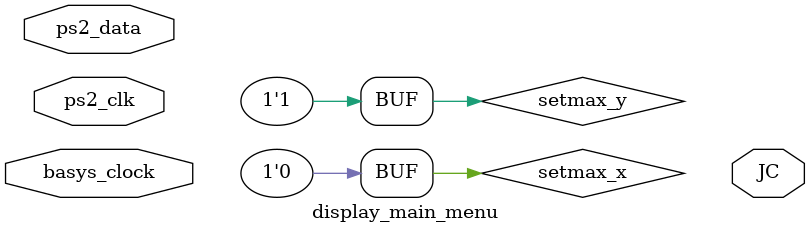
<source format=v>
`timescale 1ns / 1ps


module display_main_menu(
    input basys_clock,
    output [7:0] JC,

    inout ps2_clk, ps2_data
    );
    
//////////////////////////////////////////////////////////////////////////////////       
    parameter [6:0] bound_x = 94;
    parameter [6:0] bound_y = 62;

    reg setmax_x = 0;
    reg setmax_y = 1;
    reg [6:0] bound;
    
    wire left, middle, right;
    wire [6:0] cursor_x_pos;
    wire [5:0] cursor_y_pos;

//////////////////////////////////////////////////////////////////////////////////
    wire clk25mhz;
    clk_divider my_clk25mhz(.basys_clk(basys_clock), .m(1), .new_clk(clk25mhz));
    
    reg [15:0] oled_data = 0;
    wire frame_begin, sending_pixels, sample_pixel;
    wire [12:0] pixel_index;
    
    wire [6:0] x;
    wire [5:0] y;
    
    parameter WHITE = 16'hFFFF;
           
    assign x = (pixel_index % 96); // from 0 to 95
    assign y = (pixel_index / 96); // from 0 to 63
       
    always @ (posedge clk25mhz) begin
        if ((x == cursor_x_pos && y == cursor_y_pos) || 
           (x == cursor_x_pos + 1 && y == cursor_y_pos)||
           (x == cursor_x_pos && y == cursor_y_pos + 1) ||
           (x == cursor_x_pos + 1 && y == cursor_y_pos + 1)) begin
           oled_data <= WHITE;
        end
        else begin
            case(pixel_index)
            784: begin oled_data <= 16'b0010101000110010; end
            785: begin oled_data <= 16'b0010101000110010; end
            788: begin oled_data <= 16'b0010101000110010; end
            789: begin oled_data <= 16'b0010101000110010; end
            794: begin oled_data <= 16'b0010101000110010; end
            795: begin oled_data <= 16'b0010101000110010; end
            796: begin oled_data <= 16'b0010101000110010; end
            801: begin oled_data <= 16'b0010101000110010; end
            802: begin oled_data <= 16'b0010101000110010; end
            803: begin oled_data <= 16'b0010101000110010; end
            804: begin oled_data <= 16'b0010101000110010; end
            808: begin oled_data <= 16'b0010101000110010; end
            809: begin oled_data <= 16'b0010101000110010; end
            811: begin oled_data <= 16'b0010101000110010; end
            812: begin oled_data <= 16'b0010101000110010; end
            818: begin oled_data <= 16'b0010101000110010; end
            819: begin oled_data <= 16'b0010101000110010; end
            822: begin oled_data <= 16'b0010101000110010; end
            823: begin oled_data <= 16'b0010101000110010; end
            827: begin oled_data <= 16'b0010101000110010; end
            828: begin oled_data <= 16'b0010101000110010; end
            829: begin oled_data <= 16'b0010101000110010; end
            830: begin oled_data <= 16'b0010101000110010; end
            831: begin oled_data <= 16'b0010101000110010; end
            835: begin oled_data <= 16'b0010101000110010; end
            836: begin oled_data <= 16'b0010101000110010; end
            838: begin oled_data <= 16'b0010101000110010; end
            839: begin oled_data <= 16'b0010101000110010; end
            843: begin oled_data <= 16'b0010101000110010; end
            844: begin oled_data <= 16'b0010101000110010; end
            846: begin oled_data <= 16'b0010101000110010; end
            847: begin oled_data <= 16'b0010101000110010; end
            879: begin oled_data <= 16'b0010101000110010; end
            880: begin oled_data <= 16'b0010101000110010; end
            881: begin oled_data <= 16'b1111111111111111; end
            882: begin oled_data <= 16'b0010101000110010; end
            883: begin oled_data <= 16'b0010101000110010; end
            884: begin oled_data <= 16'b0010101000110010; end
            885: begin oled_data <= 16'b1111111111111111; end
            886: begin oled_data <= 16'b0010101000110010; end
            889: begin oled_data <= 16'b0010101000110010; end
            890: begin oled_data <= 16'b0010101000110010; end
            891: begin oled_data <= 16'b1111111111111111; end
            892: begin oled_data <= 16'b1111111111111111; end
            893: begin oled_data <= 16'b0010101000110010; end
            896: begin oled_data <= 16'b0010101000110010; end
            897: begin oled_data <= 16'b0010101000110010; end
            898: begin oled_data <= 16'b1111111111111111; end
            899: begin oled_data <= 16'b1111111111111111; end
            900: begin oled_data <= 16'b1111111111111111; end
            901: begin oled_data <= 16'b0010101000110010; end
            903: begin oled_data <= 16'b0010101000110010; end
            904: begin oled_data <= 16'b0010101000110010; end
            905: begin oled_data <= 16'b1111111111111111; end
            906: begin oled_data <= 16'b0010101000110010; end
            907: begin oled_data <= 16'b0010101000110010; end
            908: begin oled_data <= 16'b1111111111111111; end
            909: begin oled_data <= 16'b0010101000110010; end
            913: begin oled_data <= 16'b0010101000110010; end
            914: begin oled_data <= 16'b0010101000110010; end
            915: begin oled_data <= 16'b1111111111111111; end
            916: begin oled_data <= 16'b0010101000110010; end
            917: begin oled_data <= 16'b0010101000110010; end
            918: begin oled_data <= 16'b0010101000110010; end
            919: begin oled_data <= 16'b1111111111111111; end
            920: begin oled_data <= 16'b0010101000110010; end
            922: begin oled_data <= 16'b0010101000110010; end
            923: begin oled_data <= 16'b0010101000110010; end
            924: begin oled_data <= 16'b1111111111111111; end
            925: begin oled_data <= 16'b1111111111111111; end
            926: begin oled_data <= 16'b1111111111111111; end
            927: begin oled_data <= 16'b1111111111111111; end
            928: begin oled_data <= 16'b0010101000110010; end
            930: begin oled_data <= 16'b0010101000110010; end
            931: begin oled_data <= 16'b0010101000110010; end
            932: begin oled_data <= 16'b1111111111111111; end
            933: begin oled_data <= 16'b0010101000110010; end
            934: begin oled_data <= 16'b0010101000110010; end
            935: begin oled_data <= 16'b1111111111111111; end
            936: begin oled_data <= 16'b0010101000110010; end
            938: begin oled_data <= 16'b0010101000110010; end
            939: begin oled_data <= 16'b0010101000110010; end
            940: begin oled_data <= 16'b1111111111111111; end
            941: begin oled_data <= 16'b0010101000110010; end
            942: begin oled_data <= 16'b0010101000110010; end
            943: begin oled_data <= 16'b1111111111111111; end
            944: begin oled_data <= 16'b0010101000110010; end
            975: begin oled_data <= 16'b0010101000110010; end
            976: begin oled_data <= 16'b0010101000110010; end
            977: begin oled_data <= 16'b1111111111111111; end
            978: begin oled_data <= 16'b1111111111111111; end
            979: begin oled_data <= 16'b0010101000110010; end
            980: begin oled_data <= 16'b1111111111111111; end
            981: begin oled_data <= 16'b1111111111111111; end
            982: begin oled_data <= 16'b0010101000110010; end
            984: begin oled_data <= 16'b0010101000110010; end
            985: begin oled_data <= 16'b0010101000110010; end
            986: begin oled_data <= 16'b1111111111111111; end
            987: begin oled_data <= 16'b0010101000110010; end
            988: begin oled_data <= 16'b0010101000110010; end
            989: begin oled_data <= 16'b1111111111111111; end
            990: begin oled_data <= 16'b0010101000110010; end
            993: begin oled_data <= 16'b0010101000110010; end
            994: begin oled_data <= 16'b0010101000110010; end
            995: begin oled_data <= 16'b1111111111111111; end
            996: begin oled_data <= 16'b0010101000110010; end
            999: begin oled_data <= 16'b0010101000110010; end
            1000: begin oled_data <= 16'b0010101000110010; end
            1001: begin oled_data <= 16'b1111111111111111; end
            1002: begin oled_data <= 16'b1111111111111111; end
            1003: begin oled_data <= 16'b0010101000110010; end
            1004: begin oled_data <= 16'b1111111111111111; end
            1005: begin oled_data <= 16'b0010101000110010; end
            1009: begin oled_data <= 16'b0010101000110010; end
            1010: begin oled_data <= 16'b0010101000110010; end
            1011: begin oled_data <= 16'b1111111111111111; end
            1012: begin oled_data <= 16'b1111111111111111; end
            1013: begin oled_data <= 16'b0010101000110010; end
            1014: begin oled_data <= 16'b1111111111111111; end
            1015: begin oled_data <= 16'b1111111111111111; end
            1016: begin oled_data <= 16'b0010101000110010; end
            1018: begin oled_data <= 16'b0010101000110010; end
            1019: begin oled_data <= 16'b0010101000110010; end
            1020: begin oled_data <= 16'b1111111111111111; end
            1021: begin oled_data <= 16'b0010101000110010; end
            1022: begin oled_data <= 16'b0010101000110010; end
            1023: begin oled_data <= 16'b0010101000110010; end
            1026: begin oled_data <= 16'b0010101000110010; end
            1027: begin oled_data <= 16'b0010101000110010; end
            1028: begin oled_data <= 16'b1111111111111111; end
            1029: begin oled_data <= 16'b1111111111111111; end
            1030: begin oled_data <= 16'b0010101000110010; end
            1031: begin oled_data <= 16'b1111111111111111; end
            1032: begin oled_data <= 16'b0010101000110010; end
            1034: begin oled_data <= 16'b0010101000110010; end
            1035: begin oled_data <= 16'b0010101000110010; end
            1036: begin oled_data <= 16'b1111111111111111; end
            1037: begin oled_data <= 16'b0010101000110010; end
            1038: begin oled_data <= 16'b0010101000110010; end
            1039: begin oled_data <= 16'b1111111111111111; end
            1040: begin oled_data <= 16'b0010101000110010; end
            1071: begin oled_data <= 16'b0010101000110010; end
            1072: begin oled_data <= 16'b0010101000110010; end
            1073: begin oled_data <= 16'b1111111111111111; end
            1074: begin oled_data <= 16'b0010101000110010; end
            1075: begin oled_data <= 16'b1111111111111111; end
            1076: begin oled_data <= 16'b0010101000110010; end
            1077: begin oled_data <= 16'b1111111111111111; end
            1078: begin oled_data <= 16'b0010101000110010; end
            1080: begin oled_data <= 16'b0010101000110010; end
            1081: begin oled_data <= 16'b0010101000110010; end
            1082: begin oled_data <= 16'b1111111111111111; end
            1083: begin oled_data <= 16'b1111111111111111; end
            1084: begin oled_data <= 16'b1111111111111111; end
            1085: begin oled_data <= 16'b1111111111111111; end
            1086: begin oled_data <= 16'b0010101000110010; end
            1089: begin oled_data <= 16'b0010101000110010; end
            1090: begin oled_data <= 16'b0010101000110010; end
            1091: begin oled_data <= 16'b1111111111111111; end
            1092: begin oled_data <= 16'b0010101000110010; end
            1095: begin oled_data <= 16'b0010101000110010; end
            1096: begin oled_data <= 16'b0010101000110010; end
            1097: begin oled_data <= 16'b1111111111111111; end
            1098: begin oled_data <= 16'b0010101000110010; end
            1099: begin oled_data <= 16'b1111111111111111; end
            1100: begin oled_data <= 16'b1111111111111111; end
            1101: begin oled_data <= 16'b0010101000110010; end
            1105: begin oled_data <= 16'b0010101000110010; end
            1106: begin oled_data <= 16'b0010101000110010; end
            1107: begin oled_data <= 16'b1111111111111111; end
            1108: begin oled_data <= 16'b0010101000110010; end
            1109: begin oled_data <= 16'b1111111111111111; end
            1110: begin oled_data <= 16'b0010101000110010; end
            1111: begin oled_data <= 16'b1111111111111111; end
            1112: begin oled_data <= 16'b0010101000110010; end
            1114: begin oled_data <= 16'b0010101000110010; end
            1115: begin oled_data <= 16'b0010101000110010; end
            1116: begin oled_data <= 16'b1111111111111111; end
            1117: begin oled_data <= 16'b1111111111111111; end
            1118: begin oled_data <= 16'b1111111111111111; end
            1119: begin oled_data <= 16'b0010101000110010; end
            1122: begin oled_data <= 16'b0010101000110010; end
            1123: begin oled_data <= 16'b0010101000110010; end
            1124: begin oled_data <= 16'b1111111111111111; end
            1125: begin oled_data <= 16'b0010101000110010; end
            1126: begin oled_data <= 16'b1111111111111111; end
            1127: begin oled_data <= 16'b1111111111111111; end
            1128: begin oled_data <= 16'b0010101000110010; end
            1130: begin oled_data <= 16'b0010101000110010; end
            1131: begin oled_data <= 16'b0010101000110010; end
            1132: begin oled_data <= 16'b1111111111111111; end
            1133: begin oled_data <= 16'b0010101000110010; end
            1134: begin oled_data <= 16'b0010101000110010; end
            1135: begin oled_data <= 16'b1111111111111111; end
            1136: begin oled_data <= 16'b0010101000110010; end
            1167: begin oled_data <= 16'b0010101000110010; end
            1168: begin oled_data <= 16'b0010101000110010; end
            1169: begin oled_data <= 16'b1111111111111111; end
            1170: begin oled_data <= 16'b0010101000110010; end
            1171: begin oled_data <= 16'b0010101000110010; end
            1172: begin oled_data <= 16'b0010101000110010; end
            1173: begin oled_data <= 16'b1111111111111111; end
            1174: begin oled_data <= 16'b0010101000110010; end
            1176: begin oled_data <= 16'b0010101000110010; end
            1177: begin oled_data <= 16'b0010101000110010; end
            1178: begin oled_data <= 16'b1111111111111111; end
            1179: begin oled_data <= 16'b0010101000110010; end
            1180: begin oled_data <= 16'b0010101000110010; end
            1181: begin oled_data <= 16'b1111111111111111; end
            1182: begin oled_data <= 16'b0010101000110010; end
            1185: begin oled_data <= 16'b0010101000110010; end
            1186: begin oled_data <= 16'b0010101000110010; end
            1187: begin oled_data <= 16'b1111111111111111; end
            1188: begin oled_data <= 16'b0010101000110010; end
            1191: begin oled_data <= 16'b0010101000110010; end
            1192: begin oled_data <= 16'b0010101000110010; end
            1193: begin oled_data <= 16'b1111111111111111; end
            1194: begin oled_data <= 16'b0010101000110010; end
            1195: begin oled_data <= 16'b0010101000110010; end
            1196: begin oled_data <= 16'b1111111111111111; end
            1197: begin oled_data <= 16'b0010101000110010; end
            1201: begin oled_data <= 16'b0010101000110010; end
            1202: begin oled_data <= 16'b0010101000110010; end
            1203: begin oled_data <= 16'b1111111111111111; end
            1204: begin oled_data <= 16'b0010101000110010; end
            1205: begin oled_data <= 16'b0010101000110010; end
            1206: begin oled_data <= 16'b0010101000110010; end
            1207: begin oled_data <= 16'b1111111111111111; end
            1208: begin oled_data <= 16'b0010101000110010; end
            1210: begin oled_data <= 16'b0010101000110010; end
            1211: begin oled_data <= 16'b0010101000110010; end
            1212: begin oled_data <= 16'b1111111111111111; end
            1213: begin oled_data <= 16'b0010101000110010; end
            1214: begin oled_data <= 16'b0010101000110010; end
            1215: begin oled_data <= 16'b0010101000110010; end
            1218: begin oled_data <= 16'b0010101000110010; end
            1219: begin oled_data <= 16'b0010101000110010; end
            1220: begin oled_data <= 16'b1111111111111111; end
            1221: begin oled_data <= 16'b0010101000110010; end
            1222: begin oled_data <= 16'b0010101000110010; end
            1223: begin oled_data <= 16'b1111111111111111; end
            1224: begin oled_data <= 16'b0010101000110010; end
            1226: begin oled_data <= 16'b0010101000110010; end
            1227: begin oled_data <= 16'b0010101000110010; end
            1228: begin oled_data <= 16'b1111111111111111; end
            1229: begin oled_data <= 16'b0010101000110010; end
            1230: begin oled_data <= 16'b0010101000110010; end
            1231: begin oled_data <= 16'b1111111111111111; end
            1232: begin oled_data <= 16'b0010101000110010; end
            1263: begin oled_data <= 16'b0010101000110010; end
            1264: begin oled_data <= 16'b0010101000110010; end
            1265: begin oled_data <= 16'b1111111111111111; end
            1266: begin oled_data <= 16'b0010101000110010; end
            1267: begin oled_data <= 16'b0010101000110010; end
            1268: begin oled_data <= 16'b0010101000110010; end
            1269: begin oled_data <= 16'b1111111111111111; end
            1270: begin oled_data <= 16'b0010101000110010; end
            1272: begin oled_data <= 16'b0010101000110010; end
            1273: begin oled_data <= 16'b0010101000110010; end
            1274: begin oled_data <= 16'b1111111111111111; end
            1275: begin oled_data <= 16'b0010101000110010; end
            1276: begin oled_data <= 16'b0010101000110010; end
            1277: begin oled_data <= 16'b1111111111111111; end
            1278: begin oled_data <= 16'b0010101000110010; end
            1280: begin oled_data <= 16'b0010101000110010; end
            1281: begin oled_data <= 16'b0010101000110010; end
            1282: begin oled_data <= 16'b1111111111111111; end
            1283: begin oled_data <= 16'b1111111111111111; end
            1284: begin oled_data <= 16'b1111111111111111; end
            1285: begin oled_data <= 16'b0010101000110010; end
            1287: begin oled_data <= 16'b0010101000110010; end
            1288: begin oled_data <= 16'b0010101000110010; end
            1289: begin oled_data <= 16'b1111111111111111; end
            1290: begin oled_data <= 16'b0010101000110010; end
            1291: begin oled_data <= 16'b0010101000110010; end
            1292: begin oled_data <= 16'b1111111111111111; end
            1293: begin oled_data <= 16'b0010101000110010; end
            1297: begin oled_data <= 16'b0010101000110010; end
            1298: begin oled_data <= 16'b0010101000110010; end
            1299: begin oled_data <= 16'b1111111111111111; end
            1300: begin oled_data <= 16'b0010101000110010; end
            1301: begin oled_data <= 16'b0010101000110010; end
            1302: begin oled_data <= 16'b0010101000110010; end
            1303: begin oled_data <= 16'b1111111111111111; end
            1304: begin oled_data <= 16'b0010101000110010; end
            1306: begin oled_data <= 16'b0010101000110010; end
            1307: begin oled_data <= 16'b0010101000110010; end
            1308: begin oled_data <= 16'b1111111111111111; end
            1309: begin oled_data <= 16'b1111111111111111; end
            1310: begin oled_data <= 16'b1111111111111111; end
            1311: begin oled_data <= 16'b1111111111111111; end
            1312: begin oled_data <= 16'b0010101000110010; end
            1314: begin oled_data <= 16'b0010101000110010; end
            1315: begin oled_data <= 16'b0010101000110010; end
            1316: begin oled_data <= 16'b1111111111111111; end
            1317: begin oled_data <= 16'b0010101000110010; end
            1318: begin oled_data <= 16'b0010101000110010; end
            1319: begin oled_data <= 16'b1111111111111111; end
            1320: begin oled_data <= 16'b0010101000110010; end
            1323: begin oled_data <= 16'b0010101000110010; end
            1324: begin oled_data <= 16'b0010101000110010; end
            1327: begin oled_data <= 16'b0010101000110010; end
            1360: begin oled_data <= 16'b0010101000110010; end
            1361: begin oled_data <= 16'b0010101000110010; end
            1364: begin oled_data <= 16'b0010101000110010; end
            1365: begin oled_data <= 16'b0010101000110010; end
            1369: begin oled_data <= 16'b0010101000110010; end
            1370: begin oled_data <= 16'b0010101000110010; end
            1372: begin oled_data <= 16'b0010101000110010; end
            1373: begin oled_data <= 16'b0010101000110010; end
            1377: begin oled_data <= 16'b0010101000110010; end
            1378: begin oled_data <= 16'b0010101000110010; end
            1379: begin oled_data <= 16'b0010101000110010; end
            1380: begin oled_data <= 16'b0010101000110010; end
            1384: begin oled_data <= 16'b0010101000110010; end
            1385: begin oled_data <= 16'b0010101000110010; end
            1387: begin oled_data <= 16'b0010101000110010; end
            1388: begin oled_data <= 16'b0010101000110010; end
            1394: begin oled_data <= 16'b0010101000110010; end
            1395: begin oled_data <= 16'b0010101000110010; end
            1398: begin oled_data <= 16'b0010101000110010; end
            1399: begin oled_data <= 16'b0010101000110010; end
            1403: begin oled_data <= 16'b0010101000110010; end
            1404: begin oled_data <= 16'b0010101000110010; end
            1405: begin oled_data <= 16'b0010101000110010; end
            1406: begin oled_data <= 16'b0010101000110010; end
            1407: begin oled_data <= 16'b0010101000110010; end
            1411: begin oled_data <= 16'b0010101000110010; end
            1412: begin oled_data <= 16'b0010101000110010; end
            1414: begin oled_data <= 16'b0010101000110010; end
            1415: begin oled_data <= 16'b0010101000110010; end
            1420: begin oled_data <= 16'b0010101000110010; end
            1421: begin oled_data <= 16'b0010101000110010; end
            1422: begin oled_data <= 16'b0010101000110010; end
            2515: begin oled_data <= 16'b0010101000110010; end
            2516: begin oled_data <= 16'b0010101000110010; end
            2517: begin oled_data <= 16'b0010101000110010; end
            2518: begin oled_data <= 16'b0010101000110010; end
            2519: begin oled_data <= 16'b0010101000110010; end
            2520: begin oled_data <= 16'b0010101000110010; end
            2521: begin oled_data <= 16'b0010101000110010; end
            2522: begin oled_data <= 16'b0010101000110010; end
            2523: begin oled_data <= 16'b0010101000110010; end
            2524: begin oled_data <= 16'b0010101000110010; end
            2525: begin oled_data <= 16'b0010101000110010; end
            2526: begin oled_data <= 16'b0010101000110010; end
            2527: begin oled_data <= 16'b0010101000110010; end
            2528: begin oled_data <= 16'b0010101000110010; end
            2529: begin oled_data <= 16'b0010101000110010; end
            2530: begin oled_data <= 16'b0010101000110010; end
            2531: begin oled_data <= 16'b0010101000110010; end
            2532: begin oled_data <= 16'b0010101000110010; end
            2533: begin oled_data <= 16'b0010101000110010; end
            2534: begin oled_data <= 16'b0010101000110010; end
            2535: begin oled_data <= 16'b0010101000110010; end
            2536: begin oled_data <= 16'b0010101000110010; end
            2537: begin oled_data <= 16'b0010101000110010; end
            2538: begin oled_data <= 16'b0010101000110010; end
            2539: begin oled_data <= 16'b0010101000110010; end
            2540: begin oled_data <= 16'b0010101000110010; end
            2541: begin oled_data <= 16'b0010101000110010; end
            2542: begin oled_data <= 16'b0010101000110010; end
            2543: begin oled_data <= 16'b0010101000110010; end
            2544: begin oled_data <= 16'b0010101000110010; end
            2545: begin oled_data <= 16'b0010101000110010; end
            2546: begin oled_data <= 16'b0010101000110010; end
            2547: begin oled_data <= 16'b0010101000110010; end
            2548: begin oled_data <= 16'b0010101000110010; end
            2549: begin oled_data <= 16'b0010101000110010; end
            2550: begin oled_data <= 16'b0010101000110010; end
            2551: begin oled_data <= 16'b0010101000110010; end
            2552: begin oled_data <= 16'b0010101000110010; end
            2553: begin oled_data <= 16'b0010101000110010; end
            2554: begin oled_data <= 16'b0010101000110010; end
            2555: begin oled_data <= 16'b0010101000110010; end
            2556: begin oled_data <= 16'b0010101000110010; end
            2557: begin oled_data <= 16'b0010101000110010; end
            2558: begin oled_data <= 16'b0010101000110010; end
            2559: begin oled_data <= 16'b0010101000110010; end
            2560: begin oled_data <= 16'b0010101000110010; end
            2561: begin oled_data <= 16'b0010101000110010; end
            2562: begin oled_data <= 16'b0010101000110010; end
            2563: begin oled_data <= 16'b0010101000110010; end
            2564: begin oled_data <= 16'b0010101000110010; end
            2565: begin oled_data <= 16'b0010101000110010; end
            2566: begin oled_data <= 16'b0010101000110010; end
            2567: begin oled_data <= 16'b0010101000110010; end
            2568: begin oled_data <= 16'b0010101000110010; end
            2569: begin oled_data <= 16'b0010101000110010; end
            2570: begin oled_data <= 16'b0010101000110010; end
            2571: begin oled_data <= 16'b0010101000110010; end
            2611: begin oled_data <= 16'b0010101000110010; end
            2612: begin oled_data <= 16'b1111111111111111; end
            2613: begin oled_data <= 16'b1111111111111111; end
            2614: begin oled_data <= 16'b1111111111111111; end
            2615: begin oled_data <= 16'b1111111111111111; end
            2616: begin oled_data <= 16'b1111111111111111; end
            2617: begin oled_data <= 16'b1111111111111111; end
            2618: begin oled_data <= 16'b1111111111111111; end
            2619: begin oled_data <= 16'b1111111111111111; end
            2620: begin oled_data <= 16'b1111111111111111; end
            2621: begin oled_data <= 16'b1111111111111111; end
            2622: begin oled_data <= 16'b1111111111111111; end
            2623: begin oled_data <= 16'b1111111111111111; end
            2624: begin oled_data <= 16'b1111111111111111; end
            2625: begin oled_data <= 16'b1111111111111111; end
            2626: begin oled_data <= 16'b1111111111111111; end
            2627: begin oled_data <= 16'b1111111111111111; end
            2628: begin oled_data <= 16'b1111111111111111; end
            2629: begin oled_data <= 16'b1111111111111111; end
            2630: begin oled_data <= 16'b1111111111111111; end
            2631: begin oled_data <= 16'b1111111111111111; end
            2632: begin oled_data <= 16'b1111111111111111; end
            2633: begin oled_data <= 16'b1111111111111111; end
            2634: begin oled_data <= 16'b1111111111111111; end
            2635: begin oled_data <= 16'b1111111111111111; end
            2636: begin oled_data <= 16'b1111111111111111; end
            2637: begin oled_data <= 16'b1111111111111111; end
            2638: begin oled_data <= 16'b1111111111111111; end
            2639: begin oled_data <= 16'b1111111111111111; end
            2640: begin oled_data <= 16'b1111111111111111; end
            2641: begin oled_data <= 16'b1111111111111111; end
            2642: begin oled_data <= 16'b1111111111111111; end
            2643: begin oled_data <= 16'b1111111111111111; end
            2644: begin oled_data <= 16'b1111111111111111; end
            2645: begin oled_data <= 16'b1111111111111111; end
            2646: begin oled_data <= 16'b1111111111111111; end
            2647: begin oled_data <= 16'b1111111111111111; end
            2648: begin oled_data <= 16'b1111111111111111; end
            2649: begin oled_data <= 16'b1111111111111111; end
            2650: begin oled_data <= 16'b1111111111111111; end
            2651: begin oled_data <= 16'b1111111111111111; end
            2652: begin oled_data <= 16'b1111111111111111; end
            2653: begin oled_data <= 16'b1111111111111111; end
            2654: begin oled_data <= 16'b1111111111111111; end
            2655: begin oled_data <= 16'b1111111111111111; end
            2656: begin oled_data <= 16'b1111111111111111; end
            2657: begin oled_data <= 16'b1111111111111111; end
            2658: begin oled_data <= 16'b1111111111111111; end
            2659: begin oled_data <= 16'b1111111111111111; end
            2660: begin oled_data <= 16'b1111111111111111; end
            2661: begin oled_data <= 16'b1111111111111111; end
            2662: begin oled_data <= 16'b1111111111111111; end
            2663: begin oled_data <= 16'b1111111111111111; end
            2664: begin oled_data <= 16'b1111111111111111; end
            2665: begin oled_data <= 16'b1111111111111111; end
            2666: begin oled_data <= 16'b1111111111111111; end
            2667: begin oled_data <= 16'b0010101000110010; end
            2707: begin oled_data <= 16'b0010101000110010; end
            2708: begin oled_data <= 16'b1111111111111111; end
            2709: begin oled_data <= 16'b1111111111111111; end
            2710: begin oled_data <= 16'b1111111111111111; end
            2711: begin oled_data <= 16'b1111111111111111; end
            2712: begin oled_data <= 16'b1111111111111111; end
            2713: begin oled_data <= 16'b1111111111111111; end
            2714: begin oled_data <= 16'b1111111111111111; end
            2715: begin oled_data <= 16'b1111111111111111; end
            2716: begin oled_data <= 16'b1111111111111111; end
            2717: begin oled_data <= 16'b1111111111111111; end
            2718: begin oled_data <= 16'b1111111111111111; end
            2719: begin oled_data <= 16'b1111111111111111; end
            2720: begin oled_data <= 16'b1111111111111111; end
            2721: begin oled_data <= 16'b1111111111111111; end
            2722: begin oled_data <= 16'b1111111111111111; end
            2723: begin oled_data <= 16'b1111111111111111; end
            2724: begin oled_data <= 16'b1111111111111111; end
            2725: begin oled_data <= 16'b1111111111111111; end
            2726: begin oled_data <= 16'b1111111111111111; end
            2727: begin oled_data <= 16'b1111111111111111; end
            2728: begin oled_data <= 16'b1111111111111111; end
            2729: begin oled_data <= 16'b1111111111111111; end
            2730: begin oled_data <= 16'b1111111111111111; end
            2731: begin oled_data <= 16'b1111111111111111; end
            2732: begin oled_data <= 16'b1111111111111111; end
            2733: begin oled_data <= 16'b1111111111111111; end
            2734: begin oled_data <= 16'b1111111111111111; end
            2735: begin oled_data <= 16'b1111111111111111; end
            2736: begin oled_data <= 16'b1111111111111111; end
            2737: begin oled_data <= 16'b1111111111111111; end
            2738: begin oled_data <= 16'b1111111111111111; end
            2739: begin oled_data <= 16'b1111111111111111; end
            2740: begin oled_data <= 16'b1111111111111111; end
            2741: begin oled_data <= 16'b1111111111111111; end
            2742: begin oled_data <= 16'b1111111111111111; end
            2743: begin oled_data <= 16'b1111111111111111; end
            2744: begin oled_data <= 16'b1111111111111111; end
            2745: begin oled_data <= 16'b1111111111111111; end
            2746: begin oled_data <= 16'b1111111111111111; end
            2747: begin oled_data <= 16'b1111111111111111; end
            2748: begin oled_data <= 16'b1111111111111111; end
            2749: begin oled_data <= 16'b1111111111111111; end
            2750: begin oled_data <= 16'b1111111111111111; end
            2751: begin oled_data <= 16'b1111111111111111; end
            2752: begin oled_data <= 16'b1111111111111111; end
            2753: begin oled_data <= 16'b1111111111111111; end
            2754: begin oled_data <= 16'b1111111111111111; end
            2755: begin oled_data <= 16'b1111111111111111; end
            2756: begin oled_data <= 16'b1111111111111111; end
            2757: begin oled_data <= 16'b1111111111111111; end
            2758: begin oled_data <= 16'b1111111111111111; end
            2759: begin oled_data <= 16'b1111111111111111; end
            2760: begin oled_data <= 16'b1111111111111111; end
            2761: begin oled_data <= 16'b1111111111111111; end
            2762: begin oled_data <= 16'b1111111111111111; end
            2763: begin oled_data <= 16'b0010101000110010; end
            2803: begin oled_data <= 16'b0010101000110010; end
            2804: begin oled_data <= 16'b1111111111111111; end
            2805: begin oled_data <= 16'b1111111111111111; end
            2806: begin oled_data <= 16'b1111111111111111; end
            2807: begin oled_data <= 16'b1111111111111111; end
            2808: begin oled_data <= 16'b0010101000110010; end
            2809: begin oled_data <= 16'b0010101000110010; end
            2810: begin oled_data <= 16'b0010101000110010; end
            2811: begin oled_data <= 16'b1111111111111111; end
            2812: begin oled_data <= 16'b0010101000110010; end
            2813: begin oled_data <= 16'b1111111111111111; end
            2814: begin oled_data <= 16'b1111111111111111; end
            2815: begin oled_data <= 16'b0010101000110010; end
            2816: begin oled_data <= 16'b1111111111111111; end
            2817: begin oled_data <= 16'b0010101000110010; end
            2818: begin oled_data <= 16'b0010101000110010; end
            2819: begin oled_data <= 16'b0010101000110010; end
            2820: begin oled_data <= 16'b1111111111111111; end
            2821: begin oled_data <= 16'b1111111111111111; end
            2822: begin oled_data <= 16'b0010101000110010; end
            2823: begin oled_data <= 16'b0010101000110010; end
            2824: begin oled_data <= 16'b0010101000110010; end
            2825: begin oled_data <= 16'b1111111111111111; end
            2826: begin oled_data <= 16'b0010101000110010; end
            2827: begin oled_data <= 16'b1111111111111111; end
            2828: begin oled_data <= 16'b1111111111111111; end
            2829: begin oled_data <= 16'b1111111111111111; end
            2830: begin oled_data <= 16'b0010101000110010; end
            2831: begin oled_data <= 16'b1111111111111111; end
            2832: begin oled_data <= 16'b0010101000110010; end
            2833: begin oled_data <= 16'b0010101000110010; end
            2834: begin oled_data <= 16'b0010101000110010; end
            2835: begin oled_data <= 16'b1111111111111111; end
            2836: begin oled_data <= 16'b0010101000110010; end
            2837: begin oled_data <= 16'b0010101000110010; end
            2838: begin oled_data <= 16'b0010101000110010; end
            2839: begin oled_data <= 16'b1111111111111111; end
            2840: begin oled_data <= 16'b1111111111111111; end
            2841: begin oled_data <= 16'b0010101000110010; end
            2842: begin oled_data <= 16'b1111111111111111; end
            2843: begin oled_data <= 16'b1111111111111111; end
            2844: begin oled_data <= 16'b0010101000110010; end
            2845: begin oled_data <= 16'b1111111111111111; end
            2846: begin oled_data <= 16'b1111111111111111; end
            2847: begin oled_data <= 16'b0010101000110010; end
            2848: begin oled_data <= 16'b0010101000110010; end
            2849: begin oled_data <= 16'b1111111111111111; end
            2850: begin oled_data <= 16'b1111111111111111; end
            2851: begin oled_data <= 16'b0010101000110010; end
            2852: begin oled_data <= 16'b1111111111111111; end
            2853: begin oled_data <= 16'b1111111111111111; end
            2854: begin oled_data <= 16'b1111111111111111; end
            2855: begin oled_data <= 16'b1111111111111111; end
            2856: begin oled_data <= 16'b1111111111111111; end
            2857: begin oled_data <= 16'b1111111111111111; end
            2858: begin oled_data <= 16'b1111111111111111; end
            2859: begin oled_data <= 16'b0010101000110010; end
            2899: begin oled_data <= 16'b0010101000110010; end
            2900: begin oled_data <= 16'b1111111111111111; end
            2901: begin oled_data <= 16'b1111111111111111; end
            2902: begin oled_data <= 16'b1111111111111111; end
            2903: begin oled_data <= 16'b1111111111111111; end
            2904: begin oled_data <= 16'b1111111111111111; end
            2905: begin oled_data <= 16'b0010101000110010; end
            2906: begin oled_data <= 16'b1111111111111111; end
            2907: begin oled_data <= 16'b1111111111111111; end
            2908: begin oled_data <= 16'b0010101000110010; end
            2909: begin oled_data <= 16'b0010101000110010; end
            2910: begin oled_data <= 16'b1111111111111111; end
            2911: begin oled_data <= 16'b0010101000110010; end
            2912: begin oled_data <= 16'b1111111111111111; end
            2913: begin oled_data <= 16'b0010101000110010; end
            2914: begin oled_data <= 16'b1111111111111111; end
            2915: begin oled_data <= 16'b1111111111111111; end
            2916: begin oled_data <= 16'b0010101000110010; end
            2917: begin oled_data <= 16'b1111111111111111; end
            2918: begin oled_data <= 16'b1111111111111111; end
            2919: begin oled_data <= 16'b0010101000110010; end
            2920: begin oled_data <= 16'b1111111111111111; end
            2921: begin oled_data <= 16'b1111111111111111; end
            2922: begin oled_data <= 16'b0010101000110010; end
            2923: begin oled_data <= 16'b1111111111111111; end
            2924: begin oled_data <= 16'b1111111111111111; end
            2925: begin oled_data <= 16'b1111111111111111; end
            2926: begin oled_data <= 16'b0010101000110010; end
            2927: begin oled_data <= 16'b1111111111111111; end
            2928: begin oled_data <= 16'b1111111111111111; end
            2929: begin oled_data <= 16'b0010101000110010; end
            2930: begin oled_data <= 16'b1111111111111111; end
            2931: begin oled_data <= 16'b1111111111111111; end
            2932: begin oled_data <= 16'b0010101000110010; end
            2933: begin oled_data <= 16'b1111111111111111; end
            2934: begin oled_data <= 16'b1111111111111111; end
            2935: begin oled_data <= 16'b0010101000110010; end
            2936: begin oled_data <= 16'b1111111111111111; end
            2937: begin oled_data <= 16'b0010101000110010; end
            2938: begin oled_data <= 16'b1111111111111111; end
            2939: begin oled_data <= 16'b1111111111111111; end
            2940: begin oled_data <= 16'b0010101000110010; end
            2941: begin oled_data <= 16'b1111111111111111; end
            2942: begin oled_data <= 16'b0010101000110010; end
            2943: begin oled_data <= 16'b1111111111111111; end
            2944: begin oled_data <= 16'b1111111111111111; end
            2945: begin oled_data <= 16'b0010101000110010; end
            2946: begin oled_data <= 16'b1111111111111111; end
            2947: begin oled_data <= 16'b0010101000110010; end
            2948: begin oled_data <= 16'b1111111111111111; end
            2949: begin oled_data <= 16'b1111111111111111; end
            2950: begin oled_data <= 16'b1111111111111111; end
            2951: begin oled_data <= 16'b1111111111111111; end
            2952: begin oled_data <= 16'b1111111111111111; end
            2953: begin oled_data <= 16'b1111111111111111; end
            2954: begin oled_data <= 16'b1111111111111111; end
            2955: begin oled_data <= 16'b0010101000110010; end
            2995: begin oled_data <= 16'b0010101000110010; end
            2996: begin oled_data <= 16'b1111111111111111; end
            2997: begin oled_data <= 16'b1111111111111111; end
            2998: begin oled_data <= 16'b1111111111111111; end
            2999: begin oled_data <= 16'b1111111111111111; end
            3000: begin oled_data <= 16'b1111111111111111; end
            3001: begin oled_data <= 16'b0010101000110010; end
            3002: begin oled_data <= 16'b1111111111111111; end
            3003: begin oled_data <= 16'b1111111111111111; end
            3004: begin oled_data <= 16'b0010101000110010; end
            3005: begin oled_data <= 16'b1111111111111111; end
            3006: begin oled_data <= 16'b0010101000110010; end
            3007: begin oled_data <= 16'b0010101000110010; end
            3008: begin oled_data <= 16'b1111111111111111; end
            3009: begin oled_data <= 16'b0010101000110010; end
            3010: begin oled_data <= 16'b1111111111111111; end
            3011: begin oled_data <= 16'b1111111111111111; end
            3012: begin oled_data <= 16'b0010101000110010; end
            3013: begin oled_data <= 16'b1111111111111111; end
            3014: begin oled_data <= 16'b1111111111111111; end
            3015: begin oled_data <= 16'b0010101000110010; end
            3016: begin oled_data <= 16'b1111111111111111; end
            3017: begin oled_data <= 16'b1111111111111111; end
            3018: begin oled_data <= 16'b1111111111111111; end
            3019: begin oled_data <= 16'b0010101000110010; end
            3020: begin oled_data <= 16'b1111111111111111; end
            3021: begin oled_data <= 16'b0010101000110010; end
            3022: begin oled_data <= 16'b1111111111111111; end
            3023: begin oled_data <= 16'b1111111111111111; end
            3024: begin oled_data <= 16'b1111111111111111; end
            3025: begin oled_data <= 16'b0010101000110010; end
            3026: begin oled_data <= 16'b1111111111111111; end
            3027: begin oled_data <= 16'b1111111111111111; end
            3028: begin oled_data <= 16'b0010101000110010; end
            3029: begin oled_data <= 16'b1111111111111111; end
            3030: begin oled_data <= 16'b1111111111111111; end
            3031: begin oled_data <= 16'b0010101000110010; end
            3032: begin oled_data <= 16'b1111111111111111; end
            3033: begin oled_data <= 16'b0010101000110010; end
            3034: begin oled_data <= 16'b1111111111111111; end
            3035: begin oled_data <= 16'b1111111111111111; end
            3036: begin oled_data <= 16'b0010101000110010; end
            3037: begin oled_data <= 16'b1111111111111111; end
            3038: begin oled_data <= 16'b0010101000110010; end
            3039: begin oled_data <= 16'b0010101000110010; end
            3040: begin oled_data <= 16'b0010101000110010; end
            3041: begin oled_data <= 16'b0010101000110010; end
            3042: begin oled_data <= 16'b1111111111111111; end
            3043: begin oled_data <= 16'b0010101000110010; end
            3044: begin oled_data <= 16'b1111111111111111; end
            3045: begin oled_data <= 16'b1111111111111111; end
            3046: begin oled_data <= 16'b1111111111111111; end
            3047: begin oled_data <= 16'b1111111111111111; end
            3048: begin oled_data <= 16'b1111111111111111; end
            3049: begin oled_data <= 16'b1111111111111111; end
            3050: begin oled_data <= 16'b1111111111111111; end
            3051: begin oled_data <= 16'b0010101000110010; end
            3091: begin oled_data <= 16'b0010101000110010; end
            3092: begin oled_data <= 16'b1111111111111111; end
            3093: begin oled_data <= 16'b1111111111111111; end
            3094: begin oled_data <= 16'b1111111111111111; end
            3095: begin oled_data <= 16'b1111111111111111; end
            3096: begin oled_data <= 16'b1111111111111111; end
            3097: begin oled_data <= 16'b0010101000110010; end
            3098: begin oled_data <= 16'b1111111111111111; end
            3099: begin oled_data <= 16'b1111111111111111; end
            3100: begin oled_data <= 16'b0010101000110010; end
            3101: begin oled_data <= 16'b1111111111111111; end
            3102: begin oled_data <= 16'b1111111111111111; end
            3103: begin oled_data <= 16'b0010101000110010; end
            3104: begin oled_data <= 16'b1111111111111111; end
            3105: begin oled_data <= 16'b0010101000110010; end
            3106: begin oled_data <= 16'b1111111111111111; end
            3107: begin oled_data <= 16'b1111111111111111; end
            3108: begin oled_data <= 16'b0010101000110010; end
            3109: begin oled_data <= 16'b1111111111111111; end
            3110: begin oled_data <= 16'b1111111111111111; end
            3111: begin oled_data <= 16'b0010101000110010; end
            3112: begin oled_data <= 16'b1111111111111111; end
            3113: begin oled_data <= 16'b1111111111111111; end
            3114: begin oled_data <= 16'b1111111111111111; end
            3115: begin oled_data <= 16'b0010101000110010; end
            3116: begin oled_data <= 16'b1111111111111111; end
            3117: begin oled_data <= 16'b0010101000110010; end
            3118: begin oled_data <= 16'b1111111111111111; end
            3119: begin oled_data <= 16'b1111111111111111; end
            3120: begin oled_data <= 16'b1111111111111111; end
            3121: begin oled_data <= 16'b0010101000110010; end
            3122: begin oled_data <= 16'b1111111111111111; end
            3123: begin oled_data <= 16'b1111111111111111; end
            3124: begin oled_data <= 16'b0010101000110010; end
            3125: begin oled_data <= 16'b1111111111111111; end
            3126: begin oled_data <= 16'b1111111111111111; end
            3127: begin oled_data <= 16'b0010101000110010; end
            3128: begin oled_data <= 16'b1111111111111111; end
            3129: begin oled_data <= 16'b0010101000110010; end
            3130: begin oled_data <= 16'b1111111111111111; end
            3131: begin oled_data <= 16'b1111111111111111; end
            3132: begin oled_data <= 16'b0010101000110010; end
            3133: begin oled_data <= 16'b1111111111111111; end
            3134: begin oled_data <= 16'b0010101000110010; end
            3135: begin oled_data <= 16'b1111111111111111; end
            3136: begin oled_data <= 16'b1111111111111111; end
            3137: begin oled_data <= 16'b0010101000110010; end
            3138: begin oled_data <= 16'b1111111111111111; end
            3139: begin oled_data <= 16'b0010101000110010; end
            3140: begin oled_data <= 16'b1111111111111111; end
            3141: begin oled_data <= 16'b1111111111111111; end
            3142: begin oled_data <= 16'b1111111111111111; end
            3143: begin oled_data <= 16'b1111111111111111; end
            3144: begin oled_data <= 16'b1111111111111111; end
            3145: begin oled_data <= 16'b1111111111111111; end
            3146: begin oled_data <= 16'b1111111111111111; end
            3147: begin oled_data <= 16'b0010101000110010; end
            3187: begin oled_data <= 16'b0010101000110010; end
            3188: begin oled_data <= 16'b1111111111111111; end
            3189: begin oled_data <= 16'b1111111111111111; end
            3190: begin oled_data <= 16'b1111111111111111; end
            3191: begin oled_data <= 16'b1111111111111111; end
            3192: begin oled_data <= 16'b0010101000110010; end
            3193: begin oled_data <= 16'b0010101000110010; end
            3194: begin oled_data <= 16'b0010101000110010; end
            3195: begin oled_data <= 16'b1111111111111111; end
            3196: begin oled_data <= 16'b0010101000110010; end
            3197: begin oled_data <= 16'b1111111111111111; end
            3198: begin oled_data <= 16'b1111111111111111; end
            3199: begin oled_data <= 16'b0010101000110010; end
            3200: begin oled_data <= 16'b1111111111111111; end
            3201: begin oled_data <= 16'b0010101000110010; end
            3202: begin oled_data <= 16'b0010101000110010; end
            3203: begin oled_data <= 16'b0010101000110010; end
            3204: begin oled_data <= 16'b1111111111111111; end
            3205: begin oled_data <= 16'b1111111111111111; end
            3206: begin oled_data <= 16'b0010101000110010; end
            3207: begin oled_data <= 16'b0010101000110010; end
            3208: begin oled_data <= 16'b0010101000110010; end
            3209: begin oled_data <= 16'b1111111111111111; end
            3210: begin oled_data <= 16'b1111111111111111; end
            3211: begin oled_data <= 16'b1111111111111111; end
            3212: begin oled_data <= 16'b0010101000110010; end
            3213: begin oled_data <= 16'b1111111111111111; end
            3214: begin oled_data <= 16'b1111111111111111; end
            3215: begin oled_data <= 16'b1111111111111111; end
            3216: begin oled_data <= 16'b0010101000110010; end
            3217: begin oled_data <= 16'b0010101000110010; end
            3218: begin oled_data <= 16'b0010101000110010; end
            3219: begin oled_data <= 16'b1111111111111111; end
            3220: begin oled_data <= 16'b0010101000110010; end
            3221: begin oled_data <= 16'b0010101000110010; end
            3222: begin oled_data <= 16'b0010101000110010; end
            3223: begin oled_data <= 16'b1111111111111111; end
            3224: begin oled_data <= 16'b1111111111111111; end
            3225: begin oled_data <= 16'b1111111111111111; end
            3226: begin oled_data <= 16'b0010101000110010; end
            3227: begin oled_data <= 16'b0010101000110010; end
            3228: begin oled_data <= 16'b1111111111111111; end
            3229: begin oled_data <= 16'b1111111111111111; end
            3230: begin oled_data <= 16'b0010101000110010; end
            3231: begin oled_data <= 16'b1111111111111111; end
            3232: begin oled_data <= 16'b1111111111111111; end
            3233: begin oled_data <= 16'b0010101000110010; end
            3234: begin oled_data <= 16'b1111111111111111; end
            3235: begin oled_data <= 16'b0010101000110010; end
            3236: begin oled_data <= 16'b0010101000110010; end
            3237: begin oled_data <= 16'b0010101000110010; end
            3238: begin oled_data <= 16'b0010101000110010; end
            3239: begin oled_data <= 16'b1111111111111111; end
            3240: begin oled_data <= 16'b1111111111111111; end
            3241: begin oled_data <= 16'b1111111111111111; end
            3242: begin oled_data <= 16'b1111111111111111; end
            3243: begin oled_data <= 16'b0010101000110010; end
            3283: begin oled_data <= 16'b0010101000110010; end
            3284: begin oled_data <= 16'b1111111111111111; end
            3285: begin oled_data <= 16'b1111111111111111; end
            3286: begin oled_data <= 16'b1111111111111111; end
            3287: begin oled_data <= 16'b1111111111111111; end
            3288: begin oled_data <= 16'b1111111111111111; end
            3289: begin oled_data <= 16'b1111111111111111; end
            3290: begin oled_data <= 16'b1111111111111111; end
            3291: begin oled_data <= 16'b1111111111111111; end
            3292: begin oled_data <= 16'b1111111111111111; end
            3293: begin oled_data <= 16'b1111111111111111; end
            3294: begin oled_data <= 16'b1111111111111111; end
            3295: begin oled_data <= 16'b1111111111111111; end
            3296: begin oled_data <= 16'b1111111111111111; end
            3297: begin oled_data <= 16'b1111111111111111; end
            3298: begin oled_data <= 16'b1111111111111111; end
            3299: begin oled_data <= 16'b1111111111111111; end
            3300: begin oled_data <= 16'b1111111111111111; end
            3301: begin oled_data <= 16'b1111111111111111; end
            3302: begin oled_data <= 16'b1111111111111111; end
            3303: begin oled_data <= 16'b1111111111111111; end
            3304: begin oled_data <= 16'b1111111111111111; end
            3305: begin oled_data <= 16'b1111111111111111; end
            3306: begin oled_data <= 16'b1111111111111111; end
            3307: begin oled_data <= 16'b1111111111111111; end
            3308: begin oled_data <= 16'b1111111111111111; end
            3309: begin oled_data <= 16'b1111111111111111; end
            3310: begin oled_data <= 16'b1111111111111111; end
            3311: begin oled_data <= 16'b1111111111111111; end
            3312: begin oled_data <= 16'b1111111111111111; end
            3313: begin oled_data <= 16'b1111111111111111; end
            3314: begin oled_data <= 16'b1111111111111111; end
            3315: begin oled_data <= 16'b1111111111111111; end
            3316: begin oled_data <= 16'b1111111111111111; end
            3317: begin oled_data <= 16'b1111111111111111; end
            3318: begin oled_data <= 16'b1111111111111111; end
            3319: begin oled_data <= 16'b1111111111111111; end
            3320: begin oled_data <= 16'b1111111111111111; end
            3321: begin oled_data <= 16'b1111111111111111; end
            3322: begin oled_data <= 16'b1111111111111111; end
            3323: begin oled_data <= 16'b1111111111111111; end
            3324: begin oled_data <= 16'b1111111111111111; end
            3325: begin oled_data <= 16'b1111111111111111; end
            3326: begin oled_data <= 16'b1111111111111111; end
            3327: begin oled_data <= 16'b1111111111111111; end
            3328: begin oled_data <= 16'b1111111111111111; end
            3329: begin oled_data <= 16'b1111111111111111; end
            3330: begin oled_data <= 16'b1111111111111111; end
            3331: begin oled_data <= 16'b1111111111111111; end
            3332: begin oled_data <= 16'b1111111111111111; end
            3333: begin oled_data <= 16'b1111111111111111; end
            3334: begin oled_data <= 16'b1111111111111111; end
            3335: begin oled_data <= 16'b1111111111111111; end
            3336: begin oled_data <= 16'b1111111111111111; end
            3337: begin oled_data <= 16'b1111111111111111; end
            3338: begin oled_data <= 16'b1111111111111111; end
            3339: begin oled_data <= 16'b0010101000110010; end
            3379: begin oled_data <= 16'b0010101000110010; end
            3380: begin oled_data <= 16'b1111111111111111; end
            3381: begin oled_data <= 16'b1111111111111111; end
            3382: begin oled_data <= 16'b1111111111111111; end
            3383: begin oled_data <= 16'b1111111111111111; end
            3384: begin oled_data <= 16'b1111111111111111; end
            3385: begin oled_data <= 16'b1111111111111111; end
            3386: begin oled_data <= 16'b1111111111111111; end
            3387: begin oled_data <= 16'b1111111111111111; end
            3388: begin oled_data <= 16'b1111111111111111; end
            3389: begin oled_data <= 16'b1111111111111111; end
            3390: begin oled_data <= 16'b1111111111111111; end
            3391: begin oled_data <= 16'b1111111111111111; end
            3392: begin oled_data <= 16'b1111111111111111; end
            3393: begin oled_data <= 16'b1111111111111111; end
            3394: begin oled_data <= 16'b1111111111111111; end
            3395: begin oled_data <= 16'b1111111111111111; end
            3396: begin oled_data <= 16'b1111111111111111; end
            3397: begin oled_data <= 16'b1111111111111111; end
            3398: begin oled_data <= 16'b1111111111111111; end
            3399: begin oled_data <= 16'b1111111111111111; end
            3400: begin oled_data <= 16'b1111111111111111; end
            3401: begin oled_data <= 16'b1111111111111111; end
            3402: begin oled_data <= 16'b1111111111111111; end
            3403: begin oled_data <= 16'b1111111111111111; end
            3404: begin oled_data <= 16'b1111111111111111; end
            3405: begin oled_data <= 16'b1111111111111111; end
            3406: begin oled_data <= 16'b1111111111111111; end
            3407: begin oled_data <= 16'b1111111111111111; end
            3408: begin oled_data <= 16'b1111111111111111; end
            3409: begin oled_data <= 16'b1111111111111111; end
            3410: begin oled_data <= 16'b1111111111111111; end
            3411: begin oled_data <= 16'b1111111111111111; end
            3412: begin oled_data <= 16'b1111111111111111; end
            3413: begin oled_data <= 16'b1111111111111111; end
            3414: begin oled_data <= 16'b1111111111111111; end
            3415: begin oled_data <= 16'b1111111111111111; end
            3416: begin oled_data <= 16'b1111111111111111; end
            3417: begin oled_data <= 16'b1111111111111111; end
            3418: begin oled_data <= 16'b1111111111111111; end
            3419: begin oled_data <= 16'b1111111111111111; end
            3420: begin oled_data <= 16'b1111111111111111; end
            3421: begin oled_data <= 16'b1111111111111111; end
            3422: begin oled_data <= 16'b1111111111111111; end
            3423: begin oled_data <= 16'b1111111111111111; end
            3424: begin oled_data <= 16'b1111111111111111; end
            3425: begin oled_data <= 16'b1111111111111111; end
            3426: begin oled_data <= 16'b1111111111111111; end
            3427: begin oled_data <= 16'b1111111111111111; end
            3428: begin oled_data <= 16'b1111111111111111; end
            3429: begin oled_data <= 16'b1111111111111111; end
            3430: begin oled_data <= 16'b1111111111111111; end
            3431: begin oled_data <= 16'b1111111111111111; end
            3432: begin oled_data <= 16'b1111111111111111; end
            3433: begin oled_data <= 16'b1111111111111111; end
            3434: begin oled_data <= 16'b1111111111111111; end
            3435: begin oled_data <= 16'b0010101000110010; end
            3475: begin oled_data <= 16'b0010101000110010; end
            3476: begin oled_data <= 16'b0010101000110010; end
            3477: begin oled_data <= 16'b0010101000110010; end
            3478: begin oled_data <= 16'b0010101000110010; end
            3479: begin oled_data <= 16'b0010101000110010; end
            3480: begin oled_data <= 16'b0010101000110010; end
            3481: begin oled_data <= 16'b0010101000110010; end
            3482: begin oled_data <= 16'b0010101000110010; end
            3483: begin oled_data <= 16'b0010101000110010; end
            3484: begin oled_data <= 16'b0010101000110010; end
            3485: begin oled_data <= 16'b0010101000110010; end
            3486: begin oled_data <= 16'b0010101000110010; end
            3487: begin oled_data <= 16'b0010101000110010; end
            3488: begin oled_data <= 16'b0010101000110010; end
            3489: begin oled_data <= 16'b0010101000110010; end
            3490: begin oled_data <= 16'b0010101000110010; end
            3491: begin oled_data <= 16'b0010101000110010; end
            3492: begin oled_data <= 16'b0010101000110010; end
            3493: begin oled_data <= 16'b0010101000110010; end
            3494: begin oled_data <= 16'b0010101000110010; end
            3495: begin oled_data <= 16'b0010101000110010; end
            3496: begin oled_data <= 16'b0010101000110010; end
            3497: begin oled_data <= 16'b0010101000110010; end
            3498: begin oled_data <= 16'b0010101000110010; end
            3499: begin oled_data <= 16'b0010101000110010; end
            3500: begin oled_data <= 16'b0010101000110010; end
            3501: begin oled_data <= 16'b0010101000110010; end
            3502: begin oled_data <= 16'b0010101000110010; end
            3503: begin oled_data <= 16'b0010101000110010; end
            3504: begin oled_data <= 16'b0010101000110010; end
            3505: begin oled_data <= 16'b0010101000110010; end
            3506: begin oled_data <= 16'b0010101000110010; end
            3507: begin oled_data <= 16'b0010101000110010; end
            3508: begin oled_data <= 16'b0010101000110010; end
            3509: begin oled_data <= 16'b0010101000110010; end
            3510: begin oled_data <= 16'b0010101000110010; end
            3511: begin oled_data <= 16'b0010101000110010; end
            3512: begin oled_data <= 16'b0010101000110010; end
            3513: begin oled_data <= 16'b0010101000110010; end
            3514: begin oled_data <= 16'b0010101000110010; end
            3515: begin oled_data <= 16'b0010101000110010; end
            3516: begin oled_data <= 16'b0010101000110010; end
            3517: begin oled_data <= 16'b0010101000110010; end
            3518: begin oled_data <= 16'b0010101000110010; end
            3519: begin oled_data <= 16'b0010101000110010; end
            3520: begin oled_data <= 16'b0010101000110010; end
            3521: begin oled_data <= 16'b0010101000110010; end
            3522: begin oled_data <= 16'b0010101000110010; end
            3523: begin oled_data <= 16'b0010101000110010; end
            3524: begin oled_data <= 16'b0010101000110010; end
            3525: begin oled_data <= 16'b0010101000110010; end
            3526: begin oled_data <= 16'b0010101000110010; end
            3527: begin oled_data <= 16'b0010101000110010; end
            3528: begin oled_data <= 16'b0010101000110010; end
            3529: begin oled_data <= 16'b0010101000110010; end
            3530: begin oled_data <= 16'b0010101000110010; end
            3531: begin oled_data <= 16'b0010101000110010; end
            3955: begin oled_data <= 16'b0010101000110010; end
            3956: begin oled_data <= 16'b0010101000110010; end
            3957: begin oled_data <= 16'b0010101000110010; end
            3958: begin oled_data <= 16'b0010101000110010; end
            3959: begin oled_data <= 16'b0010101000110010; end
            3960: begin oled_data <= 16'b0010101000110010; end
            3961: begin oled_data <= 16'b0010101000110010; end
            3962: begin oled_data <= 16'b0010101000110010; end
            3963: begin oled_data <= 16'b0010101000110010; end
            3964: begin oled_data <= 16'b0010101000110010; end
            3965: begin oled_data <= 16'b0010101000110010; end
            3966: begin oled_data <= 16'b0010101000110010; end
            3967: begin oled_data <= 16'b0010101000110010; end
            3968: begin oled_data <= 16'b0010101000110010; end
            3969: begin oled_data <= 16'b0010101000110010; end
            3970: begin oled_data <= 16'b0010101000110010; end
            3971: begin oled_data <= 16'b0010101000110010; end
            3972: begin oled_data <= 16'b0010101000110010; end
            3973: begin oled_data <= 16'b0010101000110010; end
            3974: begin oled_data <= 16'b0010101000110010; end
            3975: begin oled_data <= 16'b0010101000110010; end
            3976: begin oled_data <= 16'b0010101000110010; end
            3977: begin oled_data <= 16'b0010101000110010; end
            3978: begin oled_data <= 16'b0010101000110010; end
            3979: begin oled_data <= 16'b0010101000110010; end
            3980: begin oled_data <= 16'b0010101000110010; end
            3981: begin oled_data <= 16'b0010101000110010; end
            3982: begin oled_data <= 16'b0010101000110010; end
            3983: begin oled_data <= 16'b0010101000110010; end
            3984: begin oled_data <= 16'b0010101000110010; end
            3985: begin oled_data <= 16'b0010101000110010; end
            3986: begin oled_data <= 16'b0010101000110010; end
            3987: begin oled_data <= 16'b0010101000110010; end
            3988: begin oled_data <= 16'b0010101000110010; end
            3989: begin oled_data <= 16'b0010101000110010; end
            3990: begin oled_data <= 16'b0010101000110010; end
            3991: begin oled_data <= 16'b0010101000110010; end
            3992: begin oled_data <= 16'b0010101000110010; end
            3993: begin oled_data <= 16'b0010101000110010; end
            3994: begin oled_data <= 16'b0010101000110010; end
            3995: begin oled_data <= 16'b0010101000110010; end
            3996: begin oled_data <= 16'b0010101000110010; end
            3997: begin oled_data <= 16'b0010101000110010; end
            3998: begin oled_data <= 16'b0010101000110010; end
            3999: begin oled_data <= 16'b0010101000110010; end
            4000: begin oled_data <= 16'b0010101000110010; end
            4001: begin oled_data <= 16'b0010101000110010; end
            4002: begin oled_data <= 16'b0010101000110010; end
            4003: begin oled_data <= 16'b0010101000110010; end
            4004: begin oled_data <= 16'b0010101000110010; end
            4005: begin oled_data <= 16'b0010101000110010; end
            4006: begin oled_data <= 16'b0010101000110010; end
            4007: begin oled_data <= 16'b0010101000110010; end
            4008: begin oled_data <= 16'b0010101000110010; end
            4009: begin oled_data <= 16'b0010101000110010; end
            4010: begin oled_data <= 16'b0010101000110010; end
            4011: begin oled_data <= 16'b0010101000110010; end
            4051: begin oled_data <= 16'b0010101000110010; end
            4052: begin oled_data <= 16'b1111111111111111; end
            4053: begin oled_data <= 16'b1111111111111111; end
            4054: begin oled_data <= 16'b1111111111111111; end
            4055: begin oled_data <= 16'b1111111111111111; end
            4056: begin oled_data <= 16'b1111111111111111; end
            4057: begin oled_data <= 16'b1111111111111111; end
            4058: begin oled_data <= 16'b1111111111111111; end
            4059: begin oled_data <= 16'b1111111111111111; end
            4060: begin oled_data <= 16'b1111111111111111; end
            4061: begin oled_data <= 16'b1111111111111111; end
            4062: begin oled_data <= 16'b1111111111111111; end
            4063: begin oled_data <= 16'b1111111111111111; end
            4064: begin oled_data <= 16'b1111111111111111; end
            4065: begin oled_data <= 16'b1111111111111111; end
            4066: begin oled_data <= 16'b1111111111111111; end
            4067: begin oled_data <= 16'b1111111111111111; end
            4068: begin oled_data <= 16'b1111111111111111; end
            4069: begin oled_data <= 16'b1111111111111111; end
            4070: begin oled_data <= 16'b1111111111111111; end
            4071: begin oled_data <= 16'b1111111111111111; end
            4072: begin oled_data <= 16'b1111111111111111; end
            4073: begin oled_data <= 16'b1111111111111111; end
            4074: begin oled_data <= 16'b1111111111111111; end
            4075: begin oled_data <= 16'b1111111111111111; end
            4076: begin oled_data <= 16'b1111111111111111; end
            4077: begin oled_data <= 16'b1111111111111111; end
            4078: begin oled_data <= 16'b1111111111111111; end
            4079: begin oled_data <= 16'b1111111111111111; end
            4080: begin oled_data <= 16'b1111111111111111; end
            4081: begin oled_data <= 16'b1111111111111111; end
            4082: begin oled_data <= 16'b1111111111111111; end
            4083: begin oled_data <= 16'b1111111111111111; end
            4084: begin oled_data <= 16'b1111111111111111; end
            4085: begin oled_data <= 16'b1111111111111111; end
            4086: begin oled_data <= 16'b1111111111111111; end
            4087: begin oled_data <= 16'b1111111111111111; end
            4088: begin oled_data <= 16'b1111111111111111; end
            4089: begin oled_data <= 16'b1111111111111111; end
            4090: begin oled_data <= 16'b1111111111111111; end
            4091: begin oled_data <= 16'b1111111111111111; end
            4092: begin oled_data <= 16'b1111111111111111; end
            4093: begin oled_data <= 16'b1111111111111111; end
            4094: begin oled_data <= 16'b1111111111111111; end
            4095: begin oled_data <= 16'b1111111111111111; end
            4096: begin oled_data <= 16'b1111111111111111; end
            4097: begin oled_data <= 16'b1111111111111111; end
            4098: begin oled_data <= 16'b1111111111111111; end
            4099: begin oled_data <= 16'b1111111111111111; end
            4100: begin oled_data <= 16'b1111111111111111; end
            4101: begin oled_data <= 16'b1111111111111111; end
            4102: begin oled_data <= 16'b1111111111111111; end
            4103: begin oled_data <= 16'b1111111111111111; end
            4104: begin oled_data <= 16'b1111111111111111; end
            4105: begin oled_data <= 16'b1111111111111111; end
            4106: begin oled_data <= 16'b1111111111111111; end
            4107: begin oled_data <= 16'b0010101000110010; end
            4147: begin oled_data <= 16'b0010101000110010; end
            4148: begin oled_data <= 16'b1111111111111111; end
            4149: begin oled_data <= 16'b1111111111111111; end
            4150: begin oled_data <= 16'b1111111111111111; end
            4151: begin oled_data <= 16'b1111111111111111; end
            4152: begin oled_data <= 16'b1111111111111111; end
            4153: begin oled_data <= 16'b1111111111111111; end
            4154: begin oled_data <= 16'b1111111111111111; end
            4155: begin oled_data <= 16'b1111111111111111; end
            4156: begin oled_data <= 16'b1111111111111111; end
            4157: begin oled_data <= 16'b1111111111111111; end
            4158: begin oled_data <= 16'b1111111111111111; end
            4159: begin oled_data <= 16'b1111111111111111; end
            4160: begin oled_data <= 16'b1111111111111111; end
            4161: begin oled_data <= 16'b1111111111111111; end
            4162: begin oled_data <= 16'b1111111111111111; end
            4163: begin oled_data <= 16'b1111111111111111; end
            4164: begin oled_data <= 16'b1111111111111111; end
            4165: begin oled_data <= 16'b1111111111111111; end
            4166: begin oled_data <= 16'b1111111111111111; end
            4167: begin oled_data <= 16'b1111111111111111; end
            4168: begin oled_data <= 16'b1111111111111111; end
            4169: begin oled_data <= 16'b1111111111111111; end
            4170: begin oled_data <= 16'b1111111111111111; end
            4171: begin oled_data <= 16'b1111111111111111; end
            4172: begin oled_data <= 16'b1111111111111111; end
            4173: begin oled_data <= 16'b1111111111111111; end
            4174: begin oled_data <= 16'b1111111111111111; end
            4175: begin oled_data <= 16'b1111111111111111; end
            4176: begin oled_data <= 16'b1111111111111111; end
            4177: begin oled_data <= 16'b1111111111111111; end
            4178: begin oled_data <= 16'b1111111111111111; end
            4179: begin oled_data <= 16'b1111111111111111; end
            4180: begin oled_data <= 16'b1111111111111111; end
            4181: begin oled_data <= 16'b1111111111111111; end
            4182: begin oled_data <= 16'b1111111111111111; end
            4183: begin oled_data <= 16'b1111111111111111; end
            4184: begin oled_data <= 16'b1111111111111111; end
            4185: begin oled_data <= 16'b1111111111111111; end
            4186: begin oled_data <= 16'b1111111111111111; end
            4187: begin oled_data <= 16'b1111111111111111; end
            4188: begin oled_data <= 16'b1111111111111111; end
            4189: begin oled_data <= 16'b1111111111111111; end
            4190: begin oled_data <= 16'b1111111111111111; end
            4191: begin oled_data <= 16'b1111111111111111; end
            4192: begin oled_data <= 16'b1111111111111111; end
            4193: begin oled_data <= 16'b1111111111111111; end
            4194: begin oled_data <= 16'b1111111111111111; end
            4195: begin oled_data <= 16'b1111111111111111; end
            4196: begin oled_data <= 16'b1111111111111111; end
            4197: begin oled_data <= 16'b1111111111111111; end
            4198: begin oled_data <= 16'b1111111111111111; end
            4199: begin oled_data <= 16'b1111111111111111; end
            4200: begin oled_data <= 16'b1111111111111111; end
            4201: begin oled_data <= 16'b1111111111111111; end
            4202: begin oled_data <= 16'b1111111111111111; end
            4203: begin oled_data <= 16'b0010101000110010; end
            4243: begin oled_data <= 16'b0010101000110010; end
            4244: begin oled_data <= 16'b1111111111111111; end
            4245: begin oled_data <= 16'b1111111111111111; end
            4246: begin oled_data <= 16'b1111111111111111; end
            4247: begin oled_data <= 16'b1111111111111111; end
            4248: begin oled_data <= 16'b1111111111111111; end
            4249: begin oled_data <= 16'b1111111111111111; end
            4250: begin oled_data <= 16'b1111111111111111; end
            4251: begin oled_data <= 16'b1111111111111111; end
            4252: begin oled_data <= 16'b1111111111111111; end
            4253: begin oled_data <= 16'b1111111111111111; end
            4254: begin oled_data <= 16'b1111111111111111; end
            4255: begin oled_data <= 16'b1111111111111111; end
            4256: begin oled_data <= 16'b1111111111111111; end
            4257: begin oled_data <= 16'b1111111111111111; end
            4258: begin oled_data <= 16'b1111111111111111; end
            4259: begin oled_data <= 16'b1111111111111111; end
            4260: begin oled_data <= 16'b0010101000110010; end
            4261: begin oled_data <= 16'b0010101000110010; end
            4262: begin oled_data <= 16'b1111111111111111; end
            4263: begin oled_data <= 16'b1111111111111111; end
            4264: begin oled_data <= 16'b0010101000110010; end
            4265: begin oled_data <= 16'b0010101000110010; end
            4266: begin oled_data <= 16'b0010101000110010; end
            4267: begin oled_data <= 16'b1111111111111111; end
            4268: begin oled_data <= 16'b1111111111111111; end
            4269: begin oled_data <= 16'b1111111111111111; end
            4270: begin oled_data <= 16'b0010101000110010; end
            4271: begin oled_data <= 16'b0010101000110010; end
            4272: begin oled_data <= 16'b1111111111111111; end
            4273: begin oled_data <= 16'b1111111111111111; end
            4274: begin oled_data <= 16'b0010101000110010; end
            4275: begin oled_data <= 16'b1111111111111111; end
            4276: begin oled_data <= 16'b1111111111111111; end
            4277: begin oled_data <= 16'b0010101000110010; end
            4278: begin oled_data <= 16'b1111111111111111; end
            4279: begin oled_data <= 16'b0010101000110010; end
            4280: begin oled_data <= 16'b0010101000110010; end
            4281: begin oled_data <= 16'b0010101000110010; end
            4282: begin oled_data <= 16'b1111111111111111; end
            4283: begin oled_data <= 16'b1111111111111111; end
            4284: begin oled_data <= 16'b1111111111111111; end
            4285: begin oled_data <= 16'b1111111111111111; end
            4286: begin oled_data <= 16'b1111111111111111; end
            4287: begin oled_data <= 16'b1111111111111111; end
            4288: begin oled_data <= 16'b1111111111111111; end
            4289: begin oled_data <= 16'b1111111111111111; end
            4290: begin oled_data <= 16'b1111111111111111; end
            4291: begin oled_data <= 16'b1111111111111111; end
            4292: begin oled_data <= 16'b1111111111111111; end
            4293: begin oled_data <= 16'b1111111111111111; end
            4294: begin oled_data <= 16'b1111111111111111; end
            4295: begin oled_data <= 16'b1111111111111111; end
            4296: begin oled_data <= 16'b1111111111111111; end
            4297: begin oled_data <= 16'b1111111111111111; end
            4298: begin oled_data <= 16'b1111111111111111; end
            4299: begin oled_data <= 16'b0010101000110010; end
            4339: begin oled_data <= 16'b0010101000110010; end
            4340: begin oled_data <= 16'b1111111111111111; end
            4341: begin oled_data <= 16'b1111111111111111; end
            4342: begin oled_data <= 16'b1111111111111111; end
            4343: begin oled_data <= 16'b1111111111111111; end
            4344: begin oled_data <= 16'b1111111111111111; end
            4345: begin oled_data <= 16'b1111111111111111; end
            4346: begin oled_data <= 16'b1111111111111111; end
            4347: begin oled_data <= 16'b1111111111111111; end
            4348: begin oled_data <= 16'b1111111111111111; end
            4349: begin oled_data <= 16'b1111111111111111; end
            4350: begin oled_data <= 16'b1111111111111111; end
            4351: begin oled_data <= 16'b1111111111111111; end
            4352: begin oled_data <= 16'b1111111111111111; end
            4353: begin oled_data <= 16'b1111111111111111; end
            4354: begin oled_data <= 16'b1111111111111111; end
            4355: begin oled_data <= 16'b0010101000110010; end
            4356: begin oled_data <= 16'b1111111111111111; end
            4357: begin oled_data <= 16'b1111111111111111; end
            4358: begin oled_data <= 16'b1111111111111111; end
            4359: begin oled_data <= 16'b1111111111111111; end
            4360: begin oled_data <= 16'b0010101000110010; end
            4361: begin oled_data <= 16'b1111111111111111; end
            4362: begin oled_data <= 16'b1111111111111111; end
            4363: begin oled_data <= 16'b0010101000110010; end
            4364: begin oled_data <= 16'b1111111111111111; end
            4365: begin oled_data <= 16'b0010101000110010; end
            4366: begin oled_data <= 16'b1111111111111111; end
            4367: begin oled_data <= 16'b1111111111111111; end
            4368: begin oled_data <= 16'b0010101000110010; end
            4369: begin oled_data <= 16'b1111111111111111; end
            4370: begin oled_data <= 16'b0010101000110010; end
            4371: begin oled_data <= 16'b1111111111111111; end
            4372: begin oled_data <= 16'b1111111111111111; end
            4373: begin oled_data <= 16'b0010101000110010; end
            4374: begin oled_data <= 16'b1111111111111111; end
            4375: begin oled_data <= 16'b0010101000110010; end
            4376: begin oled_data <= 16'b1111111111111111; end
            4377: begin oled_data <= 16'b1111111111111111; end
            4378: begin oled_data <= 16'b0010101000110010; end
            4379: begin oled_data <= 16'b1111111111111111; end
            4380: begin oled_data <= 16'b1111111111111111; end
            4381: begin oled_data <= 16'b1111111111111111; end
            4382: begin oled_data <= 16'b1111111111111111; end
            4383: begin oled_data <= 16'b1111111111111111; end
            4384: begin oled_data <= 16'b1111111111111111; end
            4385: begin oled_data <= 16'b1111111111111111; end
            4386: begin oled_data <= 16'b1111111111111111; end
            4387: begin oled_data <= 16'b1111111111111111; end
            4388: begin oled_data <= 16'b1111111111111111; end
            4389: begin oled_data <= 16'b1111111111111111; end
            4390: begin oled_data <= 16'b1111111111111111; end
            4391: begin oled_data <= 16'b1111111111111111; end
            4392: begin oled_data <= 16'b1111111111111111; end
            4393: begin oled_data <= 16'b1111111111111111; end
            4394: begin oled_data <= 16'b1111111111111111; end
            4395: begin oled_data <= 16'b0010101000110010; end
            4435: begin oled_data <= 16'b0010101000110010; end
            4436: begin oled_data <= 16'b1111111111111111; end
            4437: begin oled_data <= 16'b1111111111111111; end
            4438: begin oled_data <= 16'b1111111111111111; end
            4439: begin oled_data <= 16'b1111111111111111; end
            4440: begin oled_data <= 16'b1111111111111111; end
            4441: begin oled_data <= 16'b1111111111111111; end
            4442: begin oled_data <= 16'b1111111111111111; end
            4443: begin oled_data <= 16'b1111111111111111; end
            4444: begin oled_data <= 16'b1111111111111111; end
            4445: begin oled_data <= 16'b1111111111111111; end
            4446: begin oled_data <= 16'b1111111111111111; end
            4447: begin oled_data <= 16'b1111111111111111; end
            4448: begin oled_data <= 16'b1111111111111111; end
            4449: begin oled_data <= 16'b1111111111111111; end
            4450: begin oled_data <= 16'b1111111111111111; end
            4451: begin oled_data <= 16'b0010101000110010; end
            4452: begin oled_data <= 16'b1111111111111111; end
            4453: begin oled_data <= 16'b0010101000110010; end
            4454: begin oled_data <= 16'b0010101000110010; end
            4455: begin oled_data <= 16'b1111111111111111; end
            4456: begin oled_data <= 16'b0010101000110010; end
            4457: begin oled_data <= 16'b0010101000110010; end
            4458: begin oled_data <= 16'b0010101000110010; end
            4459: begin oled_data <= 16'b1111111111111111; end
            4460: begin oled_data <= 16'b1111111111111111; end
            4461: begin oled_data <= 16'b0010101000110010; end
            4462: begin oled_data <= 16'b1111111111111111; end
            4463: begin oled_data <= 16'b1111111111111111; end
            4464: begin oled_data <= 16'b0010101000110010; end
            4465: begin oled_data <= 16'b1111111111111111; end
            4466: begin oled_data <= 16'b0010101000110010; end
            4467: begin oled_data <= 16'b1111111111111111; end
            4468: begin oled_data <= 16'b1111111111111111; end
            4469: begin oled_data <= 16'b0010101000110010; end
            4470: begin oled_data <= 16'b1111111111111111; end
            4471: begin oled_data <= 16'b0010101000110010; end
            4472: begin oled_data <= 16'b0010101000110010; end
            4473: begin oled_data <= 16'b0010101000110010; end
            4474: begin oled_data <= 16'b1111111111111111; end
            4475: begin oled_data <= 16'b1111111111111111; end
            4476: begin oled_data <= 16'b1111111111111111; end
            4477: begin oled_data <= 16'b1111111111111111; end
            4478: begin oled_data <= 16'b1111111111111111; end
            4479: begin oled_data <= 16'b1111111111111111; end
            4480: begin oled_data <= 16'b1111111111111111; end
            4481: begin oled_data <= 16'b1111111111111111; end
            4482: begin oled_data <= 16'b1111111111111111; end
            4483: begin oled_data <= 16'b1111111111111111; end
            4484: begin oled_data <= 16'b1111111111111111; end
            4485: begin oled_data <= 16'b1111111111111111; end
            4486: begin oled_data <= 16'b1111111111111111; end
            4487: begin oled_data <= 16'b1111111111111111; end
            4488: begin oled_data <= 16'b1111111111111111; end
            4489: begin oled_data <= 16'b1111111111111111; end
            4490: begin oled_data <= 16'b1111111111111111; end
            4491: begin oled_data <= 16'b0010101000110010; end
            4531: begin oled_data <= 16'b0010101000110010; end
            4532: begin oled_data <= 16'b1111111111111111; end
            4533: begin oled_data <= 16'b1111111111111111; end
            4534: begin oled_data <= 16'b1111111111111111; end
            4535: begin oled_data <= 16'b1111111111111111; end
            4536: begin oled_data <= 16'b1111111111111111; end
            4537: begin oled_data <= 16'b1111111111111111; end
            4538: begin oled_data <= 16'b1111111111111111; end
            4539: begin oled_data <= 16'b1111111111111111; end
            4540: begin oled_data <= 16'b1111111111111111; end
            4541: begin oled_data <= 16'b1111111111111111; end
            4542: begin oled_data <= 16'b1111111111111111; end
            4543: begin oled_data <= 16'b1111111111111111; end
            4544: begin oled_data <= 16'b1111111111111111; end
            4545: begin oled_data <= 16'b1111111111111111; end
            4546: begin oled_data <= 16'b1111111111111111; end
            4547: begin oled_data <= 16'b0010101000110010; end
            4548: begin oled_data <= 16'b1111111111111111; end
            4549: begin oled_data <= 16'b1111111111111111; end
            4550: begin oled_data <= 16'b0010101000110010; end
            4551: begin oled_data <= 16'b1111111111111111; end
            4552: begin oled_data <= 16'b0010101000110010; end
            4553: begin oled_data <= 16'b1111111111111111; end
            4554: begin oled_data <= 16'b0010101000110010; end
            4555: begin oled_data <= 16'b1111111111111111; end
            4556: begin oled_data <= 16'b1111111111111111; end
            4557: begin oled_data <= 16'b0010101000110010; end
            4558: begin oled_data <= 16'b1111111111111111; end
            4559: begin oled_data <= 16'b1111111111111111; end
            4560: begin oled_data <= 16'b0010101000110010; end
            4561: begin oled_data <= 16'b1111111111111111; end
            4562: begin oled_data <= 16'b0010101000110010; end
            4563: begin oled_data <= 16'b1111111111111111; end
            4564: begin oled_data <= 16'b1111111111111111; end
            4565: begin oled_data <= 16'b0010101000110010; end
            4566: begin oled_data <= 16'b1111111111111111; end
            4567: begin oled_data <= 16'b0010101000110010; end
            4568: begin oled_data <= 16'b1111111111111111; end
            4569: begin oled_data <= 16'b1111111111111111; end
            4570: begin oled_data <= 16'b1111111111111111; end
            4571: begin oled_data <= 16'b1111111111111111; end
            4572: begin oled_data <= 16'b1111111111111111; end
            4573: begin oled_data <= 16'b1111111111111111; end
            4574: begin oled_data <= 16'b1111111111111111; end
            4575: begin oled_data <= 16'b1111111111111111; end
            4576: begin oled_data <= 16'b1111111111111111; end
            4577: begin oled_data <= 16'b1111111111111111; end
            4578: begin oled_data <= 16'b1111111111111111; end
            4579: begin oled_data <= 16'b1111111111111111; end
            4580: begin oled_data <= 16'b1111111111111111; end
            4581: begin oled_data <= 16'b1111111111111111; end
            4582: begin oled_data <= 16'b1111111111111111; end
            4583: begin oled_data <= 16'b1111111111111111; end
            4584: begin oled_data <= 16'b1111111111111111; end
            4585: begin oled_data <= 16'b1111111111111111; end
            4586: begin oled_data <= 16'b1111111111111111; end
            4587: begin oled_data <= 16'b0010101000110010; end
            4627: begin oled_data <= 16'b0010101000110010; end
            4628: begin oled_data <= 16'b1111111111111111; end
            4629: begin oled_data <= 16'b1111111111111111; end
            4630: begin oled_data <= 16'b1111111111111111; end
            4631: begin oled_data <= 16'b1111111111111111; end
            4632: begin oled_data <= 16'b1111111111111111; end
            4633: begin oled_data <= 16'b1111111111111111; end
            4634: begin oled_data <= 16'b1111111111111111; end
            4635: begin oled_data <= 16'b1111111111111111; end
            4636: begin oled_data <= 16'b1111111111111111; end
            4637: begin oled_data <= 16'b1111111111111111; end
            4638: begin oled_data <= 16'b1111111111111111; end
            4639: begin oled_data <= 16'b1111111111111111; end
            4640: begin oled_data <= 16'b1111111111111111; end
            4641: begin oled_data <= 16'b1111111111111111; end
            4642: begin oled_data <= 16'b1111111111111111; end
            4643: begin oled_data <= 16'b1111111111111111; end
            4644: begin oled_data <= 16'b0010101000110010; end
            4645: begin oled_data <= 16'b0010101000110010; end
            4646: begin oled_data <= 16'b1111111111111111; end
            4647: begin oled_data <= 16'b1111111111111111; end
            4648: begin oled_data <= 16'b0010101000110010; end
            4649: begin oled_data <= 16'b1111111111111111; end
            4650: begin oled_data <= 16'b1111111111111111; end
            4651: begin oled_data <= 16'b0010101000110010; end
            4652: begin oled_data <= 16'b1111111111111111; end
            4653: begin oled_data <= 16'b1111111111111111; end
            4654: begin oled_data <= 16'b0010101000110010; end
            4655: begin oled_data <= 16'b0010101000110010; end
            4656: begin oled_data <= 16'b1111111111111111; end
            4657: begin oled_data <= 16'b1111111111111111; end
            4658: begin oled_data <= 16'b1111111111111111; end
            4659: begin oled_data <= 16'b0010101000110010; end
            4660: begin oled_data <= 16'b0010101000110010; end
            4661: begin oled_data <= 16'b1111111111111111; end
            4662: begin oled_data <= 16'b1111111111111111; end
            4663: begin oled_data <= 16'b0010101000110010; end
            4664: begin oled_data <= 16'b1111111111111111; end
            4665: begin oled_data <= 16'b1111111111111111; end
            4666: begin oled_data <= 16'b1111111111111111; end
            4667: begin oled_data <= 16'b1111111111111111; end
            4668: begin oled_data <= 16'b1111111111111111; end
            4669: begin oled_data <= 16'b1111111111111111; end
            4670: begin oled_data <= 16'b1111111111111111; end
            4671: begin oled_data <= 16'b1111111111111111; end
            4672: begin oled_data <= 16'b1111111111111111; end
            4673: begin oled_data <= 16'b1111111111111111; end
            4674: begin oled_data <= 16'b1111111111111111; end
            4675: begin oled_data <= 16'b1111111111111111; end
            4676: begin oled_data <= 16'b1111111111111111; end
            4677: begin oled_data <= 16'b1111111111111111; end
            4678: begin oled_data <= 16'b1111111111111111; end
            4679: begin oled_data <= 16'b1111111111111111; end
            4680: begin oled_data <= 16'b1111111111111111; end
            4681: begin oled_data <= 16'b1111111111111111; end
            4682: begin oled_data <= 16'b1111111111111111; end
            4683: begin oled_data <= 16'b0010101000110010; end
            4723: begin oled_data <= 16'b0010101000110010; end
            4724: begin oled_data <= 16'b1111111111111111; end
            4725: begin oled_data <= 16'b1111111111111111; end
            4726: begin oled_data <= 16'b1111111111111111; end
            4727: begin oled_data <= 16'b1111111111111111; end
            4728: begin oled_data <= 16'b1111111111111111; end
            4729: begin oled_data <= 16'b1111111111111111; end
            4730: begin oled_data <= 16'b1111111111111111; end
            4731: begin oled_data <= 16'b1111111111111111; end
            4732: begin oled_data <= 16'b1111111111111111; end
            4733: begin oled_data <= 16'b1111111111111111; end
            4734: begin oled_data <= 16'b1111111111111111; end
            4735: begin oled_data <= 16'b1111111111111111; end
            4736: begin oled_data <= 16'b1111111111111111; end
            4737: begin oled_data <= 16'b1111111111111111; end
            4738: begin oled_data <= 16'b1111111111111111; end
            4739: begin oled_data <= 16'b1111111111111111; end
            4740: begin oled_data <= 16'b1111111111111111; end
            4741: begin oled_data <= 16'b1111111111111111; end
            4742: begin oled_data <= 16'b1111111111111111; end
            4743: begin oled_data <= 16'b1111111111111111; end
            4744: begin oled_data <= 16'b1111111111111111; end
            4745: begin oled_data <= 16'b1111111111111111; end
            4746: begin oled_data <= 16'b1111111111111111; end
            4747: begin oled_data <= 16'b1111111111111111; end
            4748: begin oled_data <= 16'b1111111111111111; end
            4749: begin oled_data <= 16'b1111111111111111; end
            4750: begin oled_data <= 16'b1111111111111111; end
            4751: begin oled_data <= 16'b1111111111111111; end
            4752: begin oled_data <= 16'b1111111111111111; end
            4753: begin oled_data <= 16'b1111111111111111; end
            4754: begin oled_data <= 16'b1111111111111111; end
            4755: begin oled_data <= 16'b1111111111111111; end
            4756: begin oled_data <= 16'b1111111111111111; end
            4757: begin oled_data <= 16'b1111111111111111; end
            4758: begin oled_data <= 16'b1111111111111111; end
            4759: begin oled_data <= 16'b1111111111111111; end
            4760: begin oled_data <= 16'b1111111111111111; end
            4761: begin oled_data <= 16'b1111111111111111; end
            4762: begin oled_data <= 16'b1111111111111111; end
            4763: begin oled_data <= 16'b1111111111111111; end
            4764: begin oled_data <= 16'b1111111111111111; end
            4765: begin oled_data <= 16'b1111111111111111; end
            4766: begin oled_data <= 16'b1111111111111111; end
            4767: begin oled_data <= 16'b1111111111111111; end
            4768: begin oled_data <= 16'b1111111111111111; end
            4769: begin oled_data <= 16'b1111111111111111; end
            4770: begin oled_data <= 16'b1111111111111111; end
            4771: begin oled_data <= 16'b1111111111111111; end
            4772: begin oled_data <= 16'b1111111111111111; end
            4773: begin oled_data <= 16'b1111111111111111; end
            4774: begin oled_data <= 16'b1111111111111111; end
            4775: begin oled_data <= 16'b1111111111111111; end
            4776: begin oled_data <= 16'b1111111111111111; end
            4777: begin oled_data <= 16'b1111111111111111; end
            4778: begin oled_data <= 16'b1111111111111111; end
            4779: begin oled_data <= 16'b0010101000110010; end
            4819: begin oled_data <= 16'b0010101000110010; end
            4820: begin oled_data <= 16'b1111111111111111; end
            4821: begin oled_data <= 16'b1111111111111111; end
            4822: begin oled_data <= 16'b1111111111111111; end
            4823: begin oled_data <= 16'b1111111111111111; end
            4824: begin oled_data <= 16'b1111111111111111; end
            4825: begin oled_data <= 16'b1111111111111111; end
            4826: begin oled_data <= 16'b1111111111111111; end
            4827: begin oled_data <= 16'b1111111111111111; end
            4828: begin oled_data <= 16'b1111111111111111; end
            4829: begin oled_data <= 16'b1111111111111111; end
            4830: begin oled_data <= 16'b1111111111111111; end
            4831: begin oled_data <= 16'b1111111111111111; end
            4832: begin oled_data <= 16'b1111111111111111; end
            4833: begin oled_data <= 16'b1111111111111111; end
            4834: begin oled_data <= 16'b1111111111111111; end
            4835: begin oled_data <= 16'b1111111111111111; end
            4836: begin oled_data <= 16'b1111111111111111; end
            4837: begin oled_data <= 16'b1111111111111111; end
            4838: begin oled_data <= 16'b1111111111111111; end
            4839: begin oled_data <= 16'b1111111111111111; end
            4840: begin oled_data <= 16'b1111111111111111; end
            4841: begin oled_data <= 16'b1111111111111111; end
            4842: begin oled_data <= 16'b1111111111111111; end
            4843: begin oled_data <= 16'b1111111111111111; end
            4844: begin oled_data <= 16'b1111111111111111; end
            4845: begin oled_data <= 16'b1111111111111111; end
            4846: begin oled_data <= 16'b1111111111111111; end
            4847: begin oled_data <= 16'b1111111111111111; end
            4848: begin oled_data <= 16'b1111111111111111; end
            4849: begin oled_data <= 16'b1111111111111111; end
            4850: begin oled_data <= 16'b1111111111111111; end
            4851: begin oled_data <= 16'b1111111111111111; end
            4852: begin oled_data <= 16'b1111111111111111; end
            4853: begin oled_data <= 16'b1111111111111111; end
            4854: begin oled_data <= 16'b1111111111111111; end
            4855: begin oled_data <= 16'b1111111111111111; end
            4856: begin oled_data <= 16'b1111111111111111; end
            4857: begin oled_data <= 16'b1111111111111111; end
            4858: begin oled_data <= 16'b1111111111111111; end
            4859: begin oled_data <= 16'b1111111111111111; end
            4860: begin oled_data <= 16'b1111111111111111; end
            4861: begin oled_data <= 16'b1111111111111111; end
            4862: begin oled_data <= 16'b1111111111111111; end
            4863: begin oled_data <= 16'b1111111111111111; end
            4864: begin oled_data <= 16'b1111111111111111; end
            4865: begin oled_data <= 16'b1111111111111111; end
            4866: begin oled_data <= 16'b1111111111111111; end
            4867: begin oled_data <= 16'b1111111111111111; end
            4868: begin oled_data <= 16'b1111111111111111; end
            4869: begin oled_data <= 16'b1111111111111111; end
            4870: begin oled_data <= 16'b1111111111111111; end
            4871: begin oled_data <= 16'b1111111111111111; end
            4872: begin oled_data <= 16'b1111111111111111; end
            4873: begin oled_data <= 16'b1111111111111111; end
            4874: begin oled_data <= 16'b1111111111111111; end
            4875: begin oled_data <= 16'b0010101000110010; end
            4915: begin oled_data <= 16'b0010101000110010; end
            4916: begin oled_data <= 16'b0010101000110010; end
            4917: begin oled_data <= 16'b0010101000110010; end
            4918: begin oled_data <= 16'b0010101000110010; end
            4919: begin oled_data <= 16'b0010101000110010; end
            4920: begin oled_data <= 16'b0010101000110010; end
            4921: begin oled_data <= 16'b0010101000110010; end
            4922: begin oled_data <= 16'b0010101000110010; end
            4923: begin oled_data <= 16'b0010101000110010; end
            4924: begin oled_data <= 16'b0010101000110010; end
            4925: begin oled_data <= 16'b0010101000110010; end
            4926: begin oled_data <= 16'b0010101000110010; end
            4927: begin oled_data <= 16'b0010101000110010; end
            4928: begin oled_data <= 16'b0010101000110010; end
            4929: begin oled_data <= 16'b0010101000110010; end
            4930: begin oled_data <= 16'b0010101000110010; end
            4931: begin oled_data <= 16'b0010101000110010; end
            4932: begin oled_data <= 16'b0010101000110010; end
            4933: begin oled_data <= 16'b0010101000110010; end
            4934: begin oled_data <= 16'b0010101000110010; end
            4935: begin oled_data <= 16'b0010101000110010; end
            4936: begin oled_data <= 16'b0010101000110010; end
            4937: begin oled_data <= 16'b0010101000110010; end
            4938: begin oled_data <= 16'b0010101000110010; end
            4939: begin oled_data <= 16'b0010101000110010; end
            4940: begin oled_data <= 16'b0010101000110010; end
            4941: begin oled_data <= 16'b0010101000110010; end
            4942: begin oled_data <= 16'b0010101000110010; end
            4943: begin oled_data <= 16'b0010101000110010; end
            4944: begin oled_data <= 16'b0010101000110010; end
            4945: begin oled_data <= 16'b0010101000110010; end
            4946: begin oled_data <= 16'b0010101000110010; end
            4947: begin oled_data <= 16'b0010101000110010; end
            4948: begin oled_data <= 16'b0010101000110010; end
            4949: begin oled_data <= 16'b0010101000110010; end
            4950: begin oled_data <= 16'b0010101000110010; end
            4951: begin oled_data <= 16'b0010101000110010; end
            4952: begin oled_data <= 16'b0010101000110010; end
            4953: begin oled_data <= 16'b0010101000110010; end
            4954: begin oled_data <= 16'b0010101000110010; end
            4955: begin oled_data <= 16'b0010101000110010; end
            4956: begin oled_data <= 16'b0010101000110010; end
            4957: begin oled_data <= 16'b0010101000110010; end
            4958: begin oled_data <= 16'b0010101000110010; end
            4959: begin oled_data <= 16'b0010101000110010; end
            4960: begin oled_data <= 16'b0010101000110010; end
            4961: begin oled_data <= 16'b0010101000110010; end
            4962: begin oled_data <= 16'b0010101000110010; end
            4963: begin oled_data <= 16'b0010101000110010; end
            4964: begin oled_data <= 16'b0010101000110010; end
            4965: begin oled_data <= 16'b0010101000110010; end
            4966: begin oled_data <= 16'b0010101000110010; end
            4967: begin oled_data <= 16'b0010101000110010; end
            4968: begin oled_data <= 16'b0010101000110010; end
            4969: begin oled_data <= 16'b0010101000110010; end
            4970: begin oled_data <= 16'b0010101000110010; end
            4971: begin oled_data <= 16'b0010101000110010; end
            default: begin oled_data <= 16'b0; end
        endcase
        end   
    end
//////////////////////////////////////////////////////////////////////////////////
endmodule

</source>
